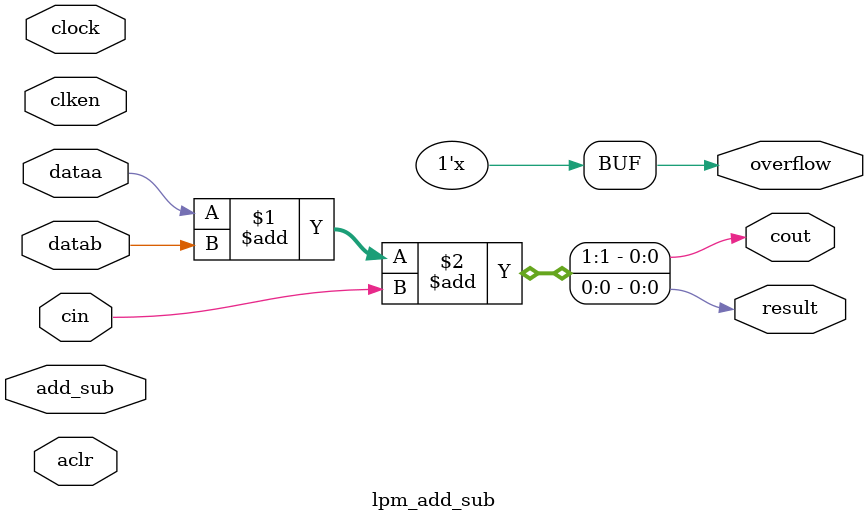
<source format=v>
module lpm_add_sub (result, cout, overflow, add_sub, cin, dataa, datab, clock, clken, aclr);
   parameter lpm_type = "lpm_add_sub";
   parameter lpm_width = 1;
   parameter lpm_direction  = "UNUSED";
   parameter lpm_representation = "UNSIGNED";
   parameter lpm_pipeline = 0;
   parameter lpm_hint = "UNUSED";
   input [lpm_width-1:0] dataa, datab;
   input                 add_sub, cin;
   input                 clock;
   input                 clken;
   input                 aclr;
   output [lpm_width-1:0] result;
   output                 cout, overflow;

// assign                 {cout,result} = add_sub ? dataa - datab - cin : dataa + datab + cin;
   assign                 {cout,result} = (dataa + datab) + cin;
   assign                 overflow = 'h x;
endmodule

</source>
